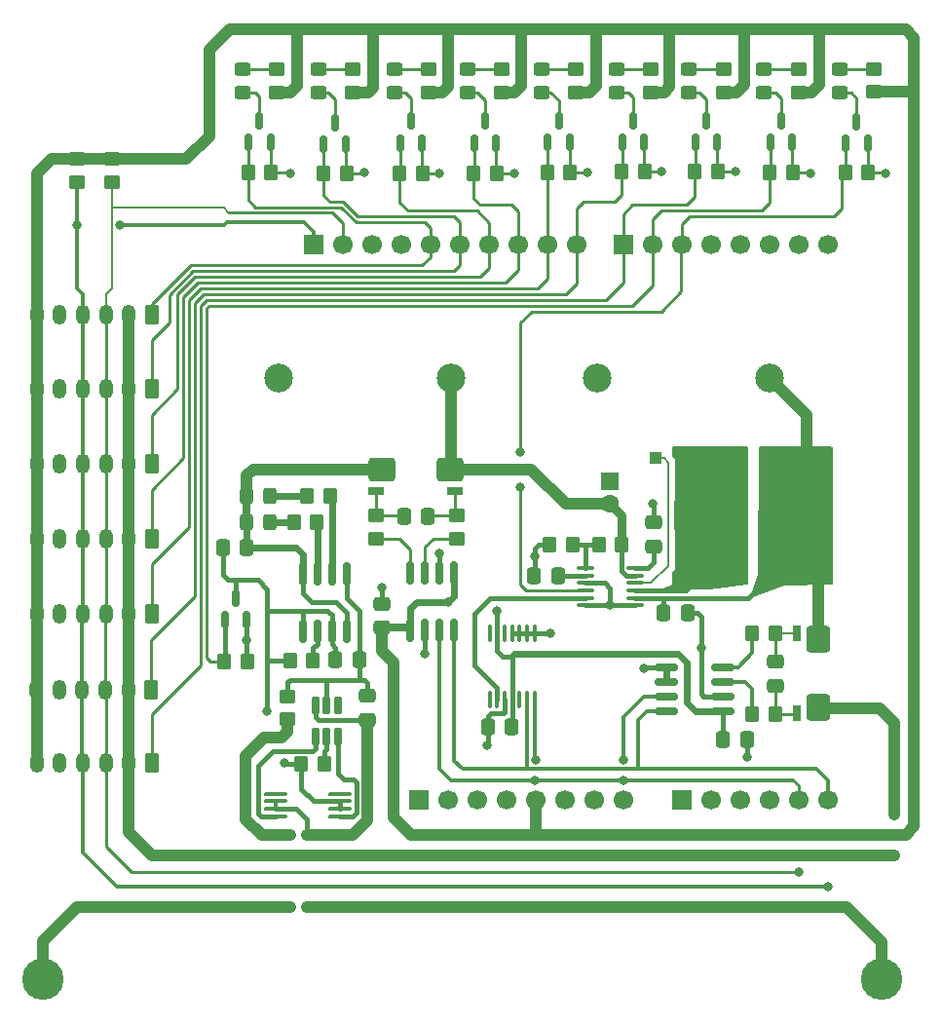
<source format=gbr>
%TF.GenerationSoftware,KiCad,Pcbnew,9.0.3*%
%TF.CreationDate,2025-08-05T14:59:21-07:00*%
%TF.ProjectId,Joule Chief,4a6f756c-6520-4436-9869-65662e6b6963,R1*%
%TF.SameCoordinates,Original*%
%TF.FileFunction,Copper,L1,Top*%
%TF.FilePolarity,Positive*%
%FSLAX46Y46*%
G04 Gerber Fmt 4.6, Leading zero omitted, Abs format (unit mm)*
G04 Created by KiCad (PCBNEW 9.0.3) date 2025-08-05 14:59:21*
%MOMM*%
%LPD*%
G01*
G04 APERTURE LIST*
G04 Aperture macros list*
%AMRoundRect*
0 Rectangle with rounded corners*
0 $1 Rounding radius*
0 $2 $3 $4 $5 $6 $7 $8 $9 X,Y pos of 4 corners*
0 Add a 4 corners polygon primitive as box body*
4,1,4,$2,$3,$4,$5,$6,$7,$8,$9,$2,$3,0*
0 Add four circle primitives for the rounded corners*
1,1,$1+$1,$2,$3*
1,1,$1+$1,$4,$5*
1,1,$1+$1,$6,$7*
1,1,$1+$1,$8,$9*
0 Add four rect primitives between the rounded corners*
20,1,$1+$1,$2,$3,$4,$5,0*
20,1,$1+$1,$4,$5,$6,$7,0*
20,1,$1+$1,$6,$7,$8,$9,0*
20,1,$1+$1,$8,$9,$2,$3,0*%
G04 Aperture macros list end*
%TA.AperFunction,ComponentPad*%
%ADD10R,1.700000X1.700000*%
%TD*%
%TA.AperFunction,ComponentPad*%
%ADD11C,1.700000*%
%TD*%
%TA.AperFunction,SMDPad,CuDef*%
%ADD12RoundRect,0.250000X-0.450000X0.350000X-0.450000X-0.350000X0.450000X-0.350000X0.450000X0.350000X0*%
%TD*%
%TA.AperFunction,ComponentPad*%
%ADD13C,2.500000*%
%TD*%
%TA.AperFunction,SMDPad,CuDef*%
%ADD14RoundRect,0.100000X-0.900000X-0.100000X0.900000X-0.100000X0.900000X0.100000X-0.900000X0.100000X0*%
%TD*%
%TA.AperFunction,SMDPad,CuDef*%
%ADD15RoundRect,0.250000X0.350000X0.450000X-0.350000X0.450000X-0.350000X-0.450000X0.350000X-0.450000X0*%
%TD*%
%TA.AperFunction,SMDPad,CuDef*%
%ADD16RoundRect,0.150000X0.150000X-0.587500X0.150000X0.587500X-0.150000X0.587500X-0.150000X-0.587500X0*%
%TD*%
%TA.AperFunction,SMDPad,CuDef*%
%ADD17RoundRect,0.162500X0.162500X-0.617500X0.162500X0.617500X-0.162500X0.617500X-0.162500X-0.617500X0*%
%TD*%
%TA.AperFunction,SMDPad,CuDef*%
%ADD18RoundRect,0.250000X0.475000X-0.337500X0.475000X0.337500X-0.475000X0.337500X-0.475000X-0.337500X0*%
%TD*%
%TA.AperFunction,ComponentPad*%
%ADD19RoundRect,0.250000X0.350000X0.625000X-0.350000X0.625000X-0.350000X-0.625000X0.350000X-0.625000X0*%
%TD*%
%TA.AperFunction,ComponentPad*%
%ADD20O,1.200000X1.750000*%
%TD*%
%TA.AperFunction,SMDPad,CuDef*%
%ADD21RoundRect,0.150000X0.150000X-0.825000X0.150000X0.825000X-0.150000X0.825000X-0.150000X-0.825000X0*%
%TD*%
%TA.AperFunction,SMDPad,CuDef*%
%ADD22RoundRect,0.150000X-0.825000X-0.150000X0.825000X-0.150000X0.825000X0.150000X-0.825000X0.150000X0*%
%TD*%
%TA.AperFunction,SMDPad,CuDef*%
%ADD23RoundRect,0.250000X-0.350000X-0.450000X0.350000X-0.450000X0.350000X0.450000X-0.350000X0.450000X0*%
%TD*%
%TA.AperFunction,ComponentPad*%
%ADD24C,3.600000*%
%TD*%
%TA.AperFunction,SMDPad,CuDef*%
%ADD25RoundRect,0.250000X0.450000X-0.325000X0.450000X0.325000X-0.450000X0.325000X-0.450000X-0.325000X0*%
%TD*%
%TA.AperFunction,SMDPad,CuDef*%
%ADD26RoundRect,0.250000X0.325000X0.450000X-0.325000X0.450000X-0.325000X-0.450000X0.325000X-0.450000X0*%
%TD*%
%TA.AperFunction,SMDPad,CuDef*%
%ADD27RoundRect,0.250000X-0.337500X-0.475000X0.337500X-0.475000X0.337500X0.475000X-0.337500X0.475000X0*%
%TD*%
%TA.AperFunction,SMDPad,CuDef*%
%ADD28RoundRect,0.250000X0.450000X-0.350000X0.450000X0.350000X-0.450000X0.350000X-0.450000X-0.350000X0*%
%TD*%
%TA.AperFunction,SMDPad,CuDef*%
%ADD29RoundRect,0.100000X0.100000X-0.637500X0.100000X0.637500X-0.100000X0.637500X-0.100000X-0.637500X0*%
%TD*%
%TA.AperFunction,ComponentPad*%
%ADD30RoundRect,0.250000X-0.550000X0.550000X-0.550000X-0.550000X0.550000X-0.550000X0.550000X0.550000X0*%
%TD*%
%TA.AperFunction,ComponentPad*%
%ADD31C,1.600000*%
%TD*%
%TA.AperFunction,SMDPad,CuDef*%
%ADD32RoundRect,0.100000X-0.625000X-0.100000X0.625000X-0.100000X0.625000X0.100000X-0.625000X0.100000X0*%
%TD*%
%TA.AperFunction,SMDPad,CuDef*%
%ADD33RoundRect,0.250000X-0.475000X0.337500X-0.475000X-0.337500X0.475000X-0.337500X0.475000X0.337500X0*%
%TD*%
%TA.AperFunction,SMDPad,CuDef*%
%ADD34RoundRect,0.525000X-1.475000X1.225000X-1.475000X-1.225000X1.475000X-1.225000X1.475000X1.225000X0*%
%TD*%
%TA.AperFunction,SMDPad,CuDef*%
%ADD35RoundRect,0.243600X-0.901400X-0.771400X0.901400X-0.771400X0.901400X0.771400X-0.901400X0.771400X0*%
%TD*%
%TA.AperFunction,SMDPad,CuDef*%
%ADD36RoundRect,0.091200X-0.608800X-0.288800X0.608800X-0.288800X0.608800X0.288800X-0.608800X0.288800X0*%
%TD*%
%TA.AperFunction,SMDPad,CuDef*%
%ADD37RoundRect,0.190000X-0.510000X-0.190000X0.510000X-0.190000X0.510000X0.190000X-0.510000X0.190000X0*%
%TD*%
%TA.AperFunction,SMDPad,CuDef*%
%ADD38RoundRect,0.243600X-0.771400X0.901400X-0.771400X-0.901400X0.771400X-0.901400X0.771400X0.901400X0*%
%TD*%
%TA.AperFunction,SMDPad,CuDef*%
%ADD39RoundRect,0.091200X-0.288800X0.608800X-0.288800X-0.608800X0.288800X-0.608800X0.288800X0.608800X0*%
%TD*%
%TA.AperFunction,SMDPad,CuDef*%
%ADD40RoundRect,0.190000X-0.190000X0.510000X-0.190000X-0.510000X0.190000X-0.510000X0.190000X0.510000X0*%
%TD*%
%TA.AperFunction,ComponentPad*%
%ADD41R,1.000000X1.000000*%
%TD*%
%TA.AperFunction,SMDPad,CuDef*%
%ADD42RoundRect,0.250000X0.337500X0.475000X-0.337500X0.475000X-0.337500X-0.475000X0.337500X-0.475000X0*%
%TD*%
%TA.AperFunction,ViaPad*%
%ADD43C,0.800000*%
%TD*%
%TA.AperFunction,Conductor*%
%ADD44C,0.250000*%
%TD*%
%TA.AperFunction,Conductor*%
%ADD45C,0.400000*%
%TD*%
%TA.AperFunction,Conductor*%
%ADD46C,0.600000*%
%TD*%
%TA.AperFunction,Conductor*%
%ADD47C,0.200000*%
%TD*%
%TA.AperFunction,Conductor*%
%ADD48C,1.000000*%
%TD*%
%TA.AperFunction,Conductor*%
%ADD49C,0.700000*%
%TD*%
%TA.AperFunction,Conductor*%
%ADD50C,0.300000*%
%TD*%
%TA.AperFunction,Conductor*%
%ADD51C,0.800000*%
%TD*%
G04 APERTURE END LIST*
D10*
%TO.P,J9,1,Pin_1*%
%TO.N,unconnected-(J9-Pin_1-Pad1)*%
X127940000Y-97460000D03*
D11*
%TO.P,J9,2,Pin_2*%
%TO.N,/IOREF*%
X130480000Y-97460000D03*
%TO.P,J9,3,Pin_3*%
%TO.N,/~{RESET}*%
X133020000Y-97460000D03*
%TO.P,J9,4,Pin_4*%
%TO.N,+3V3*%
X135560000Y-97460000D03*
%TO.P,J9,5,Pin_5*%
%TO.N,VBUS*%
X138100000Y-97460000D03*
%TO.P,J9,6,Pin_6*%
%TO.N,GND*%
X140640000Y-97460000D03*
%TO.P,J9,7,Pin_7*%
X143180000Y-97460000D03*
%TO.P,J9,8,Pin_8*%
%TO.N,VIN*%
X145720000Y-97460000D03*
%TD*%
D10*
%TO.P,J10,1,Pin_1*%
%TO.N,/A0*%
X150800000Y-97460000D03*
D11*
%TO.P,J10,2,Pin_2*%
%TO.N,/A1*%
X153340000Y-97460000D03*
%TO.P,J10,3,Pin_3*%
%TO.N,/A2*%
X155880000Y-97460000D03*
%TO.P,J10,4,Pin_4*%
%TO.N,/A3*%
X158420000Y-97460000D03*
%TO.P,J10,5,Pin_5*%
%TO.N,SDA*%
X160960000Y-97460000D03*
%TO.P,J10,6,Pin_6*%
%TO.N,SCL*%
X163500000Y-97460000D03*
%TD*%
D10*
%TO.P,J8,1,Pin_1*%
%TO.N,SCL*%
X118796000Y-49200000D03*
D11*
%TO.P,J8,2,Pin_2*%
%TO.N,SDA*%
X121336000Y-49200000D03*
%TO.P,J8,3,Pin_3*%
%TO.N,/AREF*%
X123876000Y-49200000D03*
%TO.P,J8,4,Pin_4*%
%TO.N,GND*%
X126416000Y-49200000D03*
%TO.P,J8,5,Pin_5*%
%TO.N,SHDN_1*%
X128956000Y-49200000D03*
%TO.P,J8,6,Pin_6*%
%TO.N,SHDN_2*%
X131496000Y-49200000D03*
%TO.P,J8,7,Pin_7*%
%TO.N,SHDN_3*%
X134036000Y-49200000D03*
%TO.P,J8,8,Pin_8*%
%TO.N,SHDN_4*%
X136576000Y-49200000D03*
%TO.P,J8,9,Pin_9*%
%TO.N,SHDN_5*%
X139116000Y-49200000D03*
%TO.P,J8,10,Pin_10*%
%TO.N,SHDN_6*%
X141656000Y-49200000D03*
%TD*%
D10*
%TO.P,J11,1,Pin_1*%
%TO.N,SHDN_7*%
X145720000Y-49200000D03*
D11*
%TO.P,J11,2,Pin_2*%
%TO.N,CHARGER*%
X148260000Y-49200000D03*
%TO.P,J11,3,Pin_3*%
%TO.N,!BOOST*%
X150800000Y-49200000D03*
%TO.P,J11,4,Pin_4*%
%TO.N,/4*%
X153340000Y-49200000D03*
%TO.P,J11,5,Pin_5*%
%TO.N,/\u002A3*%
X155880000Y-49200000D03*
%TO.P,J11,6,Pin_6*%
%TO.N,/2*%
X158420000Y-49200000D03*
%TO.P,J11,7,Pin_7*%
%TO.N,/TX{slash}1*%
X160960000Y-49200000D03*
%TO.P,J11,8,Pin_8*%
%TO.N,/RX{slash}0*%
X163500000Y-49200000D03*
%TD*%
D12*
%TO.P,R24,1*%
%TO.N,Net-(D10-A)*%
X167500000Y-33928641D03*
%TO.P,R24,2*%
%TO.N,VBUS*%
X167500000Y-35928641D03*
%TD*%
D13*
%TO.P,C5,1*%
%TO.N,Net-(U2-VOUT)*%
X130750000Y-60750000D03*
%TO.P,C5,2*%
%TO.N,GND*%
X115750000Y-60750000D03*
%TD*%
D14*
%TO.P,U7,1,D12*%
%TO.N,unconnected-(U7-D12-Pad1)*%
X115500000Y-96930000D03*
%TO.P,U7,2,S1*%
%TO.N,BAT-*%
X115500000Y-97570000D03*
%TO.P,U7,3,S1*%
X115500000Y-98230000D03*
%TO.P,U7,4,G1*%
%TO.N,Net-(U5-OD)*%
X115500000Y-98870000D03*
%TO.P,U7,5,G2*%
%TO.N,Net-(U5-OC)*%
X121100000Y-98870000D03*
%TO.P,U7,6,S2*%
%TO.N,Net-(Q1-D)*%
X121100000Y-98230000D03*
%TO.P,U7,7,S2*%
X121100000Y-97570000D03*
%TO.P,U7,8,D12*%
%TO.N,unconnected-(U7-D12-Pad8)*%
X121100000Y-96930000D03*
%TD*%
D15*
%TO.P,R31,1*%
%TO.N,GND*%
X147602772Y-42824386D03*
%TO.P,R31,2*%
%TO.N,SHDN_6*%
X145602772Y-42824386D03*
%TD*%
D16*
%TO.P,Q7,1,G*%
%TO.N,SHDN_6*%
X145652772Y-40324386D03*
%TO.P,Q7,2,S*%
%TO.N,GND*%
X147552772Y-40324386D03*
%TO.P,Q7,3,D*%
%TO.N,Net-(D8-K)*%
X146602772Y-38449386D03*
%TD*%
D17*
%TO.P,U5,1,OD*%
%TO.N,Net-(U5-OD)*%
X119000000Y-91950000D03*
%TO.P,U5,2,CS*%
%TO.N,Net-(U5-CS)*%
X119950000Y-91950000D03*
%TO.P,U5,3,OC*%
%TO.N,Net-(U5-OC)*%
X120900000Y-91950000D03*
%TO.P,U5,4,TD*%
%TO.N,unconnected-(U5-TD-Pad4)*%
X120900000Y-89250000D03*
%TO.P,U5,5,VCC*%
%TO.N,Net-(U5-VCC)*%
X119950000Y-89250000D03*
%TO.P,U5,6,GND*%
%TO.N,BAT-*%
X119000000Y-89250000D03*
%TD*%
D18*
%TO.P,C12,1*%
%TO.N,BAT-*%
X123500000Y-90500000D03*
%TO.P,C12,2*%
%TO.N,Net-(U5-VCC)*%
X123500000Y-88425000D03*
%TD*%
D15*
%TO.P,R34,1*%
%TO.N,GND*%
X160450000Y-42954112D03*
%TO.P,R34,2*%
%TO.N,CHARGER*%
X158450000Y-42954112D03*
%TD*%
D19*
%TO.P,J6,1,Pin_1*%
%TO.N,SHDN_6*%
X104700000Y-87850000D03*
D20*
%TO.P,J6,2,Pin_2*%
%TO.N,VOUT_1*%
X102700000Y-87850000D03*
%TO.P,J6,3,Pin_3*%
%TO.N,SDA*%
X100700000Y-87850000D03*
%TO.P,J6,4,Pin_4*%
%TO.N,SCL*%
X98700000Y-87850000D03*
%TO.P,J6,5,Pin_5*%
%TO.N,GND*%
X96700000Y-87850000D03*
%TO.P,J6,6,Pin_6*%
%TO.N,VBUS*%
X94700000Y-87850000D03*
%TD*%
D21*
%TO.P,U4,1,A1*%
%TO.N,VBUS*%
X127230000Y-82680000D03*
%TO.P,U4,2,A0*%
%TO.N,GND*%
X128500000Y-82680000D03*
%TO.P,U4,3,SDA*%
%TO.N,SDA*%
X129770000Y-82680000D03*
%TO.P,U4,4,SCL*%
%TO.N,SCL*%
X131040000Y-82680000D03*
%TO.P,U4,5,VS*%
%TO.N,VBUS*%
X131040000Y-77730000D03*
%TO.P,U4,6,GND*%
%TO.N,GND*%
X129770000Y-77730000D03*
%TO.P,U4,7,IN-*%
%TO.N,Net-(U4-IN-)*%
X128500000Y-77730000D03*
%TO.P,U4,8,IN+*%
%TO.N,Net-(U4-IN+)*%
X127230000Y-77730000D03*
%TD*%
D22*
%TO.P,U1,1,A1*%
%TO.N,GND*%
X149455000Y-85907724D03*
%TO.P,U1,2,A0*%
X149455000Y-87177724D03*
%TO.P,U1,3,SDA*%
%TO.N,SDA*%
X149455000Y-88447724D03*
%TO.P,U1,4,SCL*%
%TO.N,SCL*%
X149455000Y-89717724D03*
%TO.P,U1,5,VS*%
%TO.N,VBUS*%
X154405000Y-89717724D03*
%TO.P,U1,6,GND*%
%TO.N,GND*%
X154405000Y-88447724D03*
%TO.P,U1,7,IN-*%
%TO.N,Net-(U1-IN-)*%
X154405000Y-87177724D03*
%TO.P,U1,8,IN+*%
%TO.N,Net-(U1-IN+)*%
X154405000Y-85907724D03*
%TD*%
D12*
%TO.P,R22,1*%
%TO.N,Net-(D8-A)*%
X148102772Y-33949386D03*
%TO.P,R22,2*%
%TO.N,VBUS*%
X148102772Y-35949386D03*
%TD*%
D23*
%TO.P,R10,1*%
%TO.N,Net-(D1-K)*%
X117100000Y-73300000D03*
%TO.P,R10,2*%
%TO.N,Net-(U6-~{CHRG})*%
X119100000Y-73300000D03*
%TD*%
D16*
%TO.P,Q5,1,G*%
%TO.N,SHDN_4*%
X132744511Y-40348726D03*
%TO.P,Q5,2,S*%
%TO.N,GND*%
X134644511Y-40348726D03*
%TO.P,Q5,3,D*%
%TO.N,Net-(D6-K)*%
X133694511Y-38473726D03*
%TD*%
%TO.P,Q2,1,G*%
%TO.N,SHDN_1*%
X113150000Y-40325000D03*
%TO.P,Q2,2,S*%
%TO.N,GND*%
X115050000Y-40325000D03*
%TO.P,Q2,3,D*%
%TO.N,Net-(D3-K)*%
X114100000Y-38450000D03*
%TD*%
D23*
%TO.P,R2,1*%
%TO.N,Net-(U1-IN-)*%
X156930000Y-89955000D03*
%TO.P,R2,2*%
%TO.N,Net-(C1-Pad2)*%
X158930000Y-89955000D03*
%TD*%
D24*
%TO.P,LITH1,1,+*%
%TO.N,BAT+*%
X95300000Y-113000000D03*
%TO.P,LITH1,2,-*%
%TO.N,BAT-*%
X168200000Y-113000000D03*
%TD*%
D23*
%TO.P,R11,1*%
%TO.N,Net-(D2-K)*%
X118250000Y-71000000D03*
%TO.P,R11,2*%
%TO.N,Net-(U6-~{STDBY})*%
X120250000Y-71000000D03*
%TD*%
D25*
%TO.P,D11,1,K*%
%TO.N,Net-(D11-K)*%
X157950000Y-35979112D03*
%TO.P,D11,2,A*%
%TO.N,Net-(D11-A)*%
X157950000Y-33929112D03*
%TD*%
D12*
%TO.P,R23,1*%
%TO.N,Net-(D9-A)*%
X154450000Y-33951749D03*
%TO.P,R23,2*%
%TO.N,VBUS*%
X154450000Y-35951749D03*
%TD*%
D16*
%TO.P,Q8,1,G*%
%TO.N,SHDN_7*%
X152000000Y-40326749D03*
%TO.P,Q8,2,S*%
%TO.N,GND*%
X153900000Y-40326749D03*
%TO.P,Q8,3,D*%
%TO.N,Net-(D9-K)*%
X152950000Y-38451749D03*
%TD*%
D26*
%TO.P,D1,1,K*%
%TO.N,Net-(D1-K)*%
X115000000Y-73300000D03*
%TO.P,D1,2,A*%
%TO.N,Net-(D1-A)*%
X112950000Y-73300000D03*
%TD*%
D23*
%TO.P,R12,1*%
%TO.N,Net-(Q1-D)*%
X117750000Y-94356475D03*
%TO.P,R12,2*%
%TO.N,Net-(U5-CS)*%
X119750000Y-94356475D03*
%TD*%
D27*
%TO.P,C10,1*%
%TO.N,Net-(C10-Pad1)*%
X126675000Y-72839999D03*
%TO.P,C10,2*%
%TO.N,Net-(C10-Pad2)*%
X128750000Y-72839999D03*
%TD*%
D12*
%TO.P,R17,1*%
%TO.N,Net-(D3-A)*%
X115600000Y-33950000D03*
%TO.P,R17,2*%
%TO.N,VBUS*%
X115600000Y-35950000D03*
%TD*%
D16*
%TO.P,Q4,1,G*%
%TO.N,SHDN_3*%
X126350000Y-40347545D03*
%TO.P,Q4,2,S*%
%TO.N,GND*%
X128250000Y-40347545D03*
%TO.P,Q4,3,D*%
%TO.N,Net-(D5-K)*%
X127300000Y-38472545D03*
%TD*%
D26*
%TO.P,D2,1,K*%
%TO.N,Net-(D2-K)*%
X115025000Y-71000000D03*
%TO.P,D2,2,A*%
%TO.N,Net-(D1-A)*%
X112975000Y-71000000D03*
%TD*%
D12*
%TO.P,R18,1*%
%TO.N,Net-(D4-A)*%
X122200000Y-33973915D03*
%TO.P,R18,2*%
%TO.N,VBUS*%
X122200000Y-35973915D03*
%TD*%
D16*
%TO.P,Q9,1,G*%
%TO.N,!BOOST*%
X165050000Y-40366141D03*
%TO.P,Q9,2,S*%
%TO.N,GND*%
X166950000Y-40366141D03*
%TO.P,Q9,3,D*%
%TO.N,Net-(D10-K)*%
X166000000Y-38491141D03*
%TD*%
D15*
%TO.P,R5,1*%
%TO.N,Net-(U2-FB)*%
X141295001Y-75250000D03*
%TO.P,R5,2*%
%TO.N,GND*%
X139295001Y-75250000D03*
%TD*%
D28*
%TO.P,R16,1*%
%TO.N,SCL*%
X98250000Y-43750000D03*
%TO.P,R16,2*%
%TO.N,VBUS*%
X98250000Y-41750000D03*
%TD*%
%TO.P,R8,1*%
%TO.N,Net-(U4-IN+)*%
X124250000Y-74724999D03*
%TO.P,R8,2*%
%TO.N,Net-(C10-Pad1)*%
X124250000Y-72724999D03*
%TD*%
D12*
%TO.P,R19,1*%
%TO.N,Net-(D5-A)*%
X128800000Y-33972545D03*
%TO.P,R19,2*%
%TO.N,VBUS*%
X128800000Y-35972545D03*
%TD*%
D28*
%TO.P,R7,1*%
%TO.N,Net-(U4-IN-)*%
X131250000Y-74724999D03*
%TO.P,R7,2*%
%TO.N,Net-(C10-Pad2)*%
X131250000Y-72724999D03*
%TD*%
D18*
%TO.P,C11,1*%
%TO.N,VBUS*%
X124750000Y-82500000D03*
%TO.P,C11,2*%
%TO.N,GND*%
X124750000Y-80425000D03*
%TD*%
D29*
%TO.P,U3,1,A*%
%TO.N,unconnected-(U3-A-Pad1)*%
X134100000Y-88725000D03*
%TO.P,U3,2,W*%
%TO.N,Net-(U2-MPPC)*%
X134750000Y-88725000D03*
%TO.P,U3,3,B*%
%TO.N,GND*%
X135400000Y-88725000D03*
%TO.P,U3,4,VDD*%
%TO.N,VBUS*%
X136050000Y-88725000D03*
%TO.P,U3,5,~{SHDN}*%
%TO.N,unconnected-(U3-~{SHDN}-Pad5)*%
X136700000Y-88725000D03*
%TO.P,U3,6,SCL*%
%TO.N,SCL*%
X137350000Y-88725000D03*
%TO.P,U3,7,SDA*%
%TO.N,SDA*%
X138000000Y-88725000D03*
%TO.P,U3,8,AD0*%
%TO.N,GND*%
X138000000Y-83000000D03*
%TO.P,U3,9,AD1*%
X137350000Y-83000000D03*
%TO.P,U3,10,GND*%
X136700000Y-83000000D03*
%TO.P,U3,11,VSS*%
X136050000Y-83000000D03*
%TO.P,U3,12,O2*%
%TO.N,unconnected-(U3-O2-Pad12)*%
X135400000Y-83000000D03*
%TO.P,U3,13,VLOG*%
%TO.N,VBUS*%
X134750000Y-83000000D03*
%TO.P,U3,14,O1*%
%TO.N,unconnected-(U3-O1-Pad14)*%
X134100000Y-83000000D03*
%TD*%
D25*
%TO.P,D8,1,K*%
%TO.N,Net-(D8-K)*%
X145102772Y-35974386D03*
%TO.P,D8,2,A*%
%TO.N,Net-(D8-A)*%
X145102772Y-33924386D03*
%TD*%
D19*
%TO.P,J4,1,Pin_1*%
%TO.N,SHDN_4*%
X104750000Y-74750000D03*
D20*
%TO.P,J4,2,Pin_2*%
%TO.N,VOUT_1*%
X102750000Y-74750000D03*
%TO.P,J4,3,Pin_3*%
%TO.N,SDA*%
X100750000Y-74750000D03*
%TO.P,J4,4,Pin_4*%
%TO.N,SCL*%
X98750000Y-74750000D03*
%TO.P,J4,5,Pin_5*%
%TO.N,GND*%
X96750000Y-74750000D03*
%TO.P,J4,6,Pin_6*%
%TO.N,VBUS*%
X94750000Y-74750000D03*
%TD*%
D12*
%TO.P,R25,1*%
%TO.N,Net-(D11-A)*%
X160950000Y-33954112D03*
%TO.P,R25,2*%
%TO.N,VBUS*%
X160950000Y-35954112D03*
%TD*%
D23*
%TO.P,R3,1*%
%TO.N,Net-(U1-IN+)*%
X156930000Y-82955000D03*
%TO.P,R3,2*%
%TO.N,Net-(C1-Pad1)*%
X158930000Y-82955000D03*
%TD*%
D19*
%TO.P,J2,1,Pin_1*%
%TO.N,SHDN_2*%
X104750000Y-61750000D03*
D20*
%TO.P,J2,2,Pin_2*%
%TO.N,VOUT_1*%
X102750000Y-61750000D03*
%TO.P,J2,3,Pin_3*%
%TO.N,SDA*%
X100750000Y-61750000D03*
%TO.P,J2,4,Pin_4*%
%TO.N,SCL*%
X98750000Y-61750000D03*
%TO.P,J2,5,Pin_5*%
%TO.N,GND*%
X96750000Y-61750000D03*
%TO.P,J2,6,Pin_6*%
%TO.N,VBUS*%
X94750000Y-61750000D03*
%TD*%
D15*
%TO.P,R26,1*%
%TO.N,GND*%
X115100000Y-42950000D03*
%TO.P,R26,2*%
%TO.N,SHDN_1*%
X113100000Y-42950000D03*
%TD*%
%TO.P,R28,1*%
%TO.N,GND*%
X128300000Y-42972545D03*
%TO.P,R28,2*%
%TO.N,SHDN_3*%
X126300000Y-42972545D03*
%TD*%
D25*
%TO.P,D7,1,K*%
%TO.N,Net-(D7-K)*%
X138619721Y-35998650D03*
%TO.P,D7,2,A*%
%TO.N,Net-(D7-A)*%
X138619721Y-33948650D03*
%TD*%
D30*
%TO.P,C4,1*%
%TO.N,GND*%
X144545001Y-69750000D03*
D31*
%TO.P,C4,2*%
%TO.N,Net-(U2-VOUT)*%
X144545001Y-71750000D03*
%TD*%
D28*
%TO.P,R15,1*%
%TO.N,SDA*%
X101250000Y-43750000D03*
%TO.P,R15,2*%
%TO.N,VBUS*%
X101250000Y-41750000D03*
%TD*%
D19*
%TO.P,J3,1,Pin_1*%
%TO.N,SHDN_3*%
X104750000Y-68250000D03*
D20*
%TO.P,J3,2,Pin_2*%
%TO.N,VOUT_1*%
X102750000Y-68250000D03*
%TO.P,J3,3,Pin_3*%
%TO.N,SDA*%
X100750000Y-68250000D03*
%TO.P,J3,4,Pin_4*%
%TO.N,SCL*%
X98750000Y-68250000D03*
%TO.P,J3,5,Pin_5*%
%TO.N,GND*%
X96750000Y-68250000D03*
%TO.P,J3,6,Pin_6*%
%TO.N,VBUS*%
X94750000Y-68250000D03*
%TD*%
D19*
%TO.P,J1,1,Pin_1*%
%TO.N,SHDN_1*%
X104750000Y-55250000D03*
D20*
%TO.P,J1,2,Pin_2*%
%TO.N,VOUT_1*%
X102750000Y-55250000D03*
%TO.P,J1,3,Pin_3*%
%TO.N,SDA*%
X100750000Y-55250000D03*
%TO.P,J1,4,Pin_4*%
%TO.N,SCL*%
X98750000Y-55250000D03*
%TO.P,J1,5,Pin_5*%
%TO.N,GND*%
X96750000Y-55250000D03*
%TO.P,J1,6,Pin_6*%
%TO.N,VBUS*%
X94750000Y-55250000D03*
%TD*%
D32*
%TO.P,U2,1,FB*%
%TO.N,Net-(U2-FB)*%
X142457501Y-77300000D03*
%TO.P,U2,2,LDO*%
%TO.N,Net-(U2-LDO)*%
X142457501Y-77950000D03*
%TO.P,U2,3,FBLDO*%
%TO.N,GND*%
X142457501Y-78600000D03*
%TO.P,U2,4,~{SHDN}*%
%TO.N,!BOOST*%
X142457501Y-79250000D03*
%TO.P,U2,5,MPPC*%
%TO.N,Net-(U2-MPPC)*%
X142457501Y-79900000D03*
%TO.P,U2,6,GND*%
%TO.N,GND*%
X142457501Y-80550000D03*
%TO.P,U2,7,GND*%
X146757501Y-80550000D03*
%TO.P,U2,8,VIN*%
%TO.N,L_VIN*%
X146757501Y-79900000D03*
%TO.P,U2,9,SWITCH*%
%TO.N,L_SWITCH*%
X146757501Y-79250000D03*
%TO.P,U2,10,~{PGOOD}*%
%TO.N,Net-(U2-~{PGOOD})*%
X146757501Y-78600000D03*
%TO.P,U2,11,VOUT*%
%TO.N,Net-(U2-VOUT)*%
X146757501Y-77950000D03*
%TO.P,U2,12,AUX*%
%TO.N,Net-(U2-AUX)*%
X146757501Y-77300000D03*
%TD*%
D15*
%TO.P,R32,1*%
%TO.N,GND*%
X153950000Y-42826749D03*
%TO.P,R32,2*%
%TO.N,SHDN_7*%
X151950000Y-42826749D03*
%TD*%
D16*
%TO.P,Q6,1,G*%
%TO.N,SHDN_5*%
X139169721Y-40323650D03*
%TO.P,Q6,2,S*%
%TO.N,GND*%
X141069721Y-40323650D03*
%TO.P,Q6,3,D*%
%TO.N,Net-(D7-K)*%
X140119721Y-38448650D03*
%TD*%
D25*
%TO.P,D3,1,K*%
%TO.N,Net-(D3-K)*%
X112600000Y-35975000D03*
%TO.P,D3,2,A*%
%TO.N,Net-(D3-A)*%
X112600000Y-33925000D03*
%TD*%
D15*
%TO.P,R4,1*%
%TO.N,Net-(U2-VOUT)*%
X145600000Y-75250000D03*
%TO.P,R4,2*%
%TO.N,Net-(U2-FB)*%
X143600000Y-75250000D03*
%TD*%
D33*
%TO.P,C1,1*%
%TO.N,Net-(C1-Pad1)*%
X158930000Y-85425000D03*
%TO.P,C1,2*%
%TO.N,Net-(C1-Pad2)*%
X158930000Y-87500000D03*
%TD*%
D25*
%TO.P,D10,1,K*%
%TO.N,Net-(D10-K)*%
X164500000Y-35978641D03*
%TO.P,D10,2,A*%
%TO.N,Net-(D10-A)*%
X164500000Y-33928641D03*
%TD*%
D34*
%TO.P,L1,1,1*%
%TO.N,L_VIN*%
X161680000Y-72750000D03*
%TO.P,L1,2,2*%
%TO.N,L_SWITCH*%
X152180000Y-72750000D03*
%TD*%
D15*
%TO.P,R29,1*%
%TO.N,GND*%
X134694511Y-42973726D03*
%TO.P,R29,2*%
%TO.N,SHDN_4*%
X132694511Y-42973726D03*
%TD*%
D25*
%TO.P,D6,1,K*%
%TO.N,Net-(D6-K)*%
X132194511Y-35998726D03*
%TO.P,D6,2,A*%
%TO.N,Net-(D6-A)*%
X132194511Y-33948726D03*
%TD*%
D35*
%TO.P,R6,1,1*%
%TO.N,Net-(D1-A)*%
X124700000Y-68704999D03*
D36*
%TO.P,R6,2,2*%
%TO.N,Net-(C10-Pad1)*%
X124255000Y-70609999D03*
D37*
%TO.P,R6,3,3*%
%TO.N,Net-(C10-Pad2)*%
X131115000Y-70609999D03*
D35*
%TO.P,R6,4,4*%
%TO.N,Net-(U2-VOUT)*%
X130670000Y-68704999D03*
%TD*%
D38*
%TO.P,R1,1,1*%
%TO.N,L_VIN*%
X162680000Y-83455000D03*
D39*
%TO.P,R1,2,2*%
%TO.N,Net-(C1-Pad1)*%
X160775000Y-83010000D03*
D40*
%TO.P,R1,3,3*%
%TO.N,Net-(C1-Pad2)*%
X160775000Y-89870000D03*
D38*
%TO.P,R1,4,4*%
%TO.N,VOUT_1*%
X162680000Y-89425000D03*
%TD*%
D23*
%TO.P,R13,1*%
%TO.N,Net-(Q1-D)*%
X116750000Y-85320000D03*
%TO.P,R13,2*%
%TO.N,Net-(U6-PROG)*%
X118750000Y-85320000D03*
%TD*%
D18*
%TO.P,C7,1*%
%TO.N,Net-(U2-AUX)*%
X148345001Y-75400000D03*
%TO.P,C7,2*%
%TO.N,GND*%
X148345001Y-73325000D03*
%TD*%
D16*
%TO.P,Q1,1,G*%
%TO.N,CHARGER*%
X111100000Y-81800000D03*
%TO.P,Q1,2,S*%
%TO.N,GND*%
X113000000Y-81800000D03*
%TO.P,Q1,3,D*%
%TO.N,Net-(Q1-D)*%
X112050000Y-79925000D03*
%TD*%
%TO.P,Q3,1,G*%
%TO.N,SHDN_2*%
X119700000Y-40473915D03*
%TO.P,Q3,2,S*%
%TO.N,GND*%
X121600000Y-40473915D03*
%TO.P,Q3,3,D*%
%TO.N,Net-(D4-K)*%
X120650000Y-38598915D03*
%TD*%
D41*
%TO.P,TPx1,1,1*%
%TO.N,Net-(U2-~{PGOOD})*%
X148500000Y-67750000D03*
%TD*%
D12*
%TO.P,R21,1*%
%TO.N,Net-(D7-A)*%
X141619721Y-33948650D03*
%TO.P,R21,2*%
%TO.N,VBUS*%
X141619721Y-35948650D03*
%TD*%
D16*
%TO.P,Q10,1,G*%
%TO.N,CHARGER*%
X158500000Y-40329112D03*
%TO.P,Q10,2,S*%
%TO.N,GND*%
X160400000Y-40329112D03*
%TO.P,Q10,3,D*%
%TO.N,Net-(D11-K)*%
X159450000Y-38454112D03*
%TD*%
D13*
%TO.P,C2,1*%
%TO.N,L_VIN*%
X158430000Y-60750000D03*
%TO.P,C2,2*%
%TO.N,GND*%
X143430000Y-60750000D03*
%TD*%
D15*
%TO.P,R33,1*%
%TO.N,GND*%
X167000000Y-42928641D03*
%TO.P,R33,2*%
%TO.N,!BOOST*%
X165000000Y-42928641D03*
%TD*%
%TO.P,R27,1*%
%TO.N,GND*%
X121700000Y-42973915D03*
%TO.P,R27,2*%
%TO.N,SHDN_2*%
X119700000Y-42973915D03*
%TD*%
D25*
%TO.P,D9,1,K*%
%TO.N,Net-(D9-K)*%
X151450000Y-35976749D03*
%TO.P,D9,2,A*%
%TO.N,Net-(D9-A)*%
X151450000Y-33926749D03*
%TD*%
%TO.P,D4,1,K*%
%TO.N,Net-(D4-K)*%
X119200000Y-35973915D03*
%TO.P,D4,2,A*%
%TO.N,Net-(D4-A)*%
X119200000Y-33923915D03*
%TD*%
D19*
%TO.P,J5,1,Pin_1*%
%TO.N,SHDN_5*%
X104750000Y-81250000D03*
D20*
%TO.P,J5,2,Pin_2*%
%TO.N,VOUT_1*%
X102750000Y-81250000D03*
%TO.P,J5,3,Pin_3*%
%TO.N,SDA*%
X100750000Y-81250000D03*
%TO.P,J5,4,Pin_4*%
%TO.N,SCL*%
X98750000Y-81250000D03*
%TO.P,J5,5,Pin_5*%
%TO.N,GND*%
X96750000Y-81250000D03*
%TO.P,J5,6,Pin_6*%
%TO.N,VBUS*%
X94750000Y-81250000D03*
%TD*%
D12*
%TO.P,R9,1*%
%TO.N,Net-(U5-VCC)*%
X116506832Y-88432730D03*
%TO.P,R9,2*%
%TO.N,BAT+*%
X116506832Y-90432730D03*
%TD*%
%TO.P,R20,1*%
%TO.N,Net-(D6-A)*%
X135194511Y-33973726D03*
%TO.P,R20,2*%
%TO.N,VBUS*%
X135194511Y-35973726D03*
%TD*%
D27*
%TO.P,C3,1*%
%TO.N,VBUS*%
X154405023Y-92205000D03*
%TO.P,C3,2*%
%TO.N,GND*%
X156480023Y-92205000D03*
%TD*%
%TO.P,C14,1*%
%TO.N,Net-(Q1-D)*%
X120712500Y-85250000D03*
%TO.P,C14,2*%
%TO.N,Net-(U5-VCC)*%
X122787500Y-85250000D03*
%TD*%
D25*
%TO.P,D5,1,K*%
%TO.N,Net-(D5-K)*%
X125800000Y-35997545D03*
%TO.P,D5,2,A*%
%TO.N,Net-(D5-A)*%
X125800000Y-33947545D03*
%TD*%
D42*
%TO.P,C8,1*%
%TO.N,Net-(U2-LDO)*%
X140038192Y-77957645D03*
%TO.P,C8,2*%
%TO.N,GND*%
X137963192Y-77957645D03*
%TD*%
D21*
%TO.P,U6,1,TEMP*%
%TO.N,Net-(Q1-D)*%
X117845000Y-82795000D03*
%TO.P,U6,2,PROG*%
%TO.N,Net-(U6-PROG)*%
X119115000Y-82795000D03*
%TO.P,U6,3,GND*%
%TO.N,Net-(Q1-D)*%
X120385000Y-82795000D03*
%TO.P,U6,4,VCC*%
%TO.N,Net-(D1-A)*%
X121655000Y-82795000D03*
%TO.P,U6,5,BAT*%
%TO.N,Net-(U5-VCC)*%
X121655000Y-77845000D03*
%TO.P,U6,6,~{STDBY}*%
%TO.N,Net-(U6-~{STDBY})*%
X120385000Y-77845000D03*
%TO.P,U6,7,~{CHRG}*%
%TO.N,Net-(U6-~{CHRG})*%
X119115000Y-77845000D03*
%TO.P,U6,8,CE*%
%TO.N,Net-(D1-A)*%
X117845000Y-77845000D03*
%TD*%
D15*
%TO.P,R30,1*%
%TO.N,GND*%
X141119721Y-42948650D03*
%TO.P,R30,2*%
%TO.N,SHDN_5*%
X139119721Y-42948650D03*
%TD*%
D42*
%TO.P,C9,1*%
%TO.N,VBUS*%
X136037500Y-91100000D03*
%TO.P,C9,2*%
%TO.N,GND*%
X133962500Y-91100000D03*
%TD*%
D15*
%TO.P,R14,1*%
%TO.N,GND*%
X113050000Y-85425000D03*
%TO.P,R14,2*%
%TO.N,CHARGER*%
X111050000Y-85425000D03*
%TD*%
D27*
%TO.P,C13,1*%
%TO.N,Net-(Q1-D)*%
X110925000Y-75500000D03*
%TO.P,C13,2*%
%TO.N,Net-(D1-A)*%
X113000000Y-75500000D03*
%TD*%
%TO.P,C6,1*%
%TO.N,L_VIN*%
X149225000Y-81200000D03*
%TO.P,C6,2*%
%TO.N,GND*%
X151300000Y-81200000D03*
%TD*%
D19*
%TO.P,J7,1,Pin_1*%
%TO.N,SHDN_7*%
X104750000Y-94250000D03*
D20*
%TO.P,J7,2,Pin_2*%
%TO.N,VOUT_1*%
X102750000Y-94250000D03*
%TO.P,J7,3,Pin_3*%
%TO.N,SDA*%
X100750000Y-94250000D03*
%TO.P,J7,4,Pin_4*%
%TO.N,SCL*%
X98750000Y-94250000D03*
%TO.P,J7,5,Pin_5*%
%TO.N,GND*%
X96750000Y-94250000D03*
%TO.P,J7,6,Pin_6*%
%TO.N,VBUS*%
X94750000Y-94250000D03*
%TD*%
D43*
%TO.N,GND*%
X148295001Y-71750000D03*
X129750000Y-42972545D03*
X152500000Y-84200000D03*
X116750000Y-43000000D03*
X168525676Y-42984207D03*
X161975676Y-43009678D03*
X144545001Y-80550000D03*
X133900000Y-92700000D03*
X129750000Y-76000000D03*
X123250000Y-42923915D03*
X149002772Y-42824386D03*
X155450000Y-42826749D03*
X113000000Y-83550000D03*
X139400000Y-83000000D03*
X124770000Y-79007499D03*
X147500000Y-86000000D03*
X138007501Y-76300000D03*
X136294511Y-42973726D03*
X128500000Y-84750000D03*
X156500000Y-93750000D03*
X142619721Y-42948650D03*
%TO.N,VBUS*%
X134750000Y-81000000D03*
X130500000Y-80250000D03*
%TO.N,BAT-*%
X118250000Y-100500000D03*
X118250000Y-106750000D03*
%TO.N,Net-(Q1-D)*%
X116250000Y-94250000D03*
X114750000Y-89750000D03*
%TO.N,VOUT_1*%
X169250000Y-102250000D03*
X169250000Y-98750000D03*
%TO.N,SCL*%
X163500000Y-105000000D03*
X102000000Y-47500000D03*
X98250000Y-47500000D03*
%TO.N,SDA*%
X160960000Y-103750000D03*
X145750000Y-95750000D03*
X145750000Y-94000000D03*
X138000000Y-95750000D03*
X138100000Y-94000000D03*
%TO.N,!BOOST*%
X136750000Y-70250000D03*
X136750000Y-67250000D03*
%TO.N,BAT+*%
X116750000Y-100500000D03*
X116750000Y-106750000D03*
%TD*%
D44*
%TO.N,GND*%
X134644511Y-40348726D02*
X134644511Y-42923726D01*
D45*
X152500000Y-81500000D02*
X152200000Y-81200000D01*
D44*
X160400000Y-40329112D02*
X160400000Y-42904112D01*
D45*
X135300000Y-89900000D02*
X135400000Y-89800000D01*
X152697724Y-88447724D02*
X152500000Y-88250000D01*
X144545001Y-79045001D02*
X144100000Y-78600000D01*
D44*
X147552772Y-42774386D02*
X147602772Y-42824386D01*
D45*
X148345001Y-71800000D02*
X148295001Y-71750000D01*
D44*
X115100000Y-42950000D02*
X116700000Y-42950000D01*
D45*
X156480023Y-93730023D02*
X156500000Y-93750000D01*
D44*
X113000000Y-85375000D02*
X113050000Y-85425000D01*
D45*
X138000000Y-83000000D02*
X137350000Y-83000000D01*
X138007501Y-77750000D02*
X138007501Y-76300000D01*
X152500000Y-84200000D02*
X152500000Y-84400000D01*
D44*
X141069721Y-40323650D02*
X141069721Y-42898650D01*
D45*
X124750000Y-80425000D02*
X124750000Y-79027499D01*
X133962500Y-91100000D02*
X133962500Y-92637500D01*
D44*
X128300000Y-42972545D02*
X129750000Y-42972545D01*
D45*
X133962500Y-91100000D02*
X133962500Y-90137500D01*
D44*
X123200000Y-42973915D02*
X123250000Y-42923915D01*
X96750000Y-94250000D02*
X96750000Y-94000000D01*
D45*
X144545001Y-80550000D02*
X146757501Y-80550000D01*
X156480023Y-92205000D02*
X156480023Y-93730023D01*
X133962500Y-92637500D02*
X133900000Y-92700000D01*
D44*
X168470110Y-42928641D02*
X168525676Y-42984207D01*
D45*
X144545001Y-80550000D02*
X144545001Y-79045001D01*
D44*
X115050000Y-40325000D02*
X115050000Y-42900000D01*
D45*
X137350000Y-83000000D02*
X136700000Y-83000000D01*
X138007501Y-76300000D02*
X138007501Y-75607500D01*
D44*
X153900000Y-40326749D02*
X153900000Y-42776749D01*
X166950000Y-40366141D02*
X166950000Y-42878641D01*
X147602772Y-42824386D02*
X149002772Y-42824386D01*
D45*
X138000000Y-83000000D02*
X139400000Y-83000000D01*
D44*
X134694511Y-42973726D02*
X136294511Y-42973726D01*
X128250000Y-40347545D02*
X128250000Y-42922545D01*
X167000000Y-42928641D02*
X168470110Y-42928641D01*
X116700000Y-42950000D02*
X116750000Y-43000000D01*
D45*
X138007501Y-75607500D02*
X138365001Y-75250000D01*
D44*
X96700000Y-81300000D02*
X96750000Y-81250000D01*
D45*
X135400000Y-89800000D02*
X135400000Y-88725000D01*
D44*
X166950000Y-42878641D02*
X167000000Y-42928641D01*
X128250000Y-42922545D02*
X128300000Y-42972545D01*
D45*
X142457501Y-80550000D02*
X144545001Y-80550000D01*
X154405000Y-88447724D02*
X152697724Y-88447724D01*
X134200000Y-89900000D02*
X135300000Y-89900000D01*
X152500000Y-88250000D02*
X152500000Y-84200000D01*
D44*
X121600000Y-40473915D02*
X121600000Y-42873915D01*
X141069721Y-42898650D02*
X141119721Y-42948650D01*
D45*
X136700000Y-83000000D02*
X136050000Y-83000000D01*
D44*
X147552772Y-40324386D02*
X147552772Y-42774386D01*
X160400000Y-42904112D02*
X160450000Y-42954112D01*
D45*
X152500000Y-84200000D02*
X152500000Y-81500000D01*
D46*
X149455000Y-87177724D02*
X149455000Y-85907724D01*
D45*
X133962500Y-90137500D02*
X134200000Y-89900000D01*
X113000000Y-82300000D02*
X113000000Y-83550000D01*
D44*
X143430000Y-60750000D02*
X142500000Y-60750000D01*
D45*
X147500000Y-86000000D02*
X147592276Y-85907724D01*
D44*
X161920110Y-42954112D02*
X161975676Y-43009678D01*
D45*
X144100000Y-78600000D02*
X142457501Y-78600000D01*
D44*
X134644511Y-42923726D02*
X134694511Y-42973726D01*
X124750000Y-79027499D02*
X124770000Y-79007499D01*
D45*
X113000000Y-83550000D02*
X113000000Y-85375000D01*
X148345001Y-73325000D02*
X148345001Y-71800000D01*
D44*
X129770000Y-76020000D02*
X129750000Y-76000000D01*
X160450000Y-42954112D02*
X161920110Y-42954112D01*
X96750000Y-94000000D02*
X96700000Y-93950000D01*
D45*
X151300000Y-81200000D02*
X152200000Y-81200000D01*
D44*
X121600000Y-42873915D02*
X121700000Y-42973915D01*
D45*
X129770000Y-77730000D02*
X129770000Y-76020000D01*
D44*
X121700000Y-42973915D02*
X123200000Y-42973915D01*
D45*
X138000000Y-77757501D02*
X138007501Y-77750000D01*
X147592276Y-85907724D02*
X149455000Y-85907724D01*
X138007501Y-76300000D02*
X138007501Y-76200000D01*
D44*
X141119721Y-42948650D02*
X142619721Y-42948650D01*
X115050000Y-42900000D02*
X115100000Y-42950000D01*
D45*
X138365001Y-75250000D02*
X139295001Y-75250000D01*
D44*
X153950000Y-42826749D02*
X155450000Y-42826749D01*
X153900000Y-42776749D02*
X153950000Y-42826749D01*
D45*
X128500000Y-82680000D02*
X128500000Y-84750000D01*
D44*
%TO.N,Net-(C1-Pad2)*%
X160690000Y-89955000D02*
X160775000Y-89870000D01*
X158930000Y-87500000D02*
X158930000Y-89955000D01*
X158930000Y-89955000D02*
X160690000Y-89955000D01*
%TO.N,Net-(C1-Pad1)*%
X160720000Y-82955000D02*
X160775000Y-83010000D01*
D47*
X158930000Y-82955000D02*
X160720000Y-82955000D01*
D44*
X158930000Y-82955000D02*
X158930000Y-85425000D01*
D48*
%TO.N,L_VIN*%
X158430000Y-60750000D02*
X161680000Y-64000000D01*
D45*
X146757501Y-79900000D02*
X148645001Y-79900000D01*
X149200000Y-79900000D02*
X156600000Y-79900000D01*
X149200000Y-81300000D02*
X149200000Y-79900000D01*
D48*
X162680000Y-83000000D02*
X162680000Y-78500000D01*
X161680000Y-64000000D02*
X161680000Y-72750000D01*
D45*
X156600000Y-79900000D02*
X158000000Y-78500000D01*
X149200000Y-79900000D02*
X148645001Y-79900000D01*
D48*
%TO.N,VBUS*%
X154450000Y-35951749D02*
X155548251Y-35951749D01*
D46*
X130500000Y-80250000D02*
X131040000Y-79710000D01*
D48*
X171000000Y-31250000D02*
X171000000Y-35750000D01*
X156250000Y-30500000D02*
X162750000Y-30500000D01*
D46*
X151967724Y-89717724D02*
X154405000Y-89717724D01*
D45*
X154405023Y-89717747D02*
X154405000Y-89717724D01*
X134750000Y-84500000D02*
X134750000Y-83000000D01*
D48*
X135194511Y-35973726D02*
X136276274Y-35973726D01*
D49*
X124750000Y-82500000D02*
X127050000Y-82500000D01*
D48*
X142801350Y-35948650D02*
X143392967Y-35357033D01*
X122200000Y-35973915D02*
X123526085Y-35973915D01*
X94750000Y-94250000D02*
X94750000Y-61750000D01*
X162734050Y-31765950D02*
X162750000Y-31750000D01*
X138000000Y-100500000D02*
X127250000Y-100500000D01*
X149750000Y-35500000D02*
X149750000Y-30500000D01*
D45*
X154405023Y-92207307D02*
X154405023Y-89717747D01*
D48*
X130521507Y-30521507D02*
X130500000Y-30500000D01*
D46*
X127230000Y-80770000D02*
X127750000Y-80250000D01*
D45*
X134750000Y-83000000D02*
X134750000Y-81000000D01*
D48*
X156223176Y-30526824D02*
X156250000Y-30500000D01*
X155548251Y-35951749D02*
X156223176Y-35276824D01*
X107750000Y-41750000D02*
X109750000Y-39750000D01*
X169250000Y-30500000D02*
X170250000Y-30500000D01*
X162750000Y-31750000D02*
X162750000Y-30500000D01*
X124000000Y-30500000D02*
X130500000Y-30500000D01*
D46*
X144000000Y-84750000D02*
X150500000Y-84750000D01*
D48*
X123982103Y-35517897D02*
X123982103Y-30517897D01*
X170821359Y-35928641D02*
X171000000Y-35750000D01*
X138100000Y-100400000D02*
X138000000Y-100500000D01*
X162734050Y-35265950D02*
X162734050Y-31765950D01*
X124750000Y-84500000D02*
X124750000Y-82500000D01*
X149750000Y-30500000D02*
X156250000Y-30500000D01*
X130500000Y-30500000D02*
X136871383Y-30500000D01*
D45*
X136050000Y-91087500D02*
X136037500Y-91100000D01*
D48*
X125750000Y-99000000D02*
X125750000Y-85500000D01*
D46*
X127750000Y-80250000D02*
X130500000Y-80250000D01*
D45*
X135250000Y-85000000D02*
X134750000Y-84500000D01*
D50*
X94750000Y-94250000D02*
X94750000Y-74750000D01*
D48*
X130027455Y-35972545D02*
X130521507Y-35478493D01*
X98250000Y-41750000D02*
X107750000Y-41750000D01*
D45*
X136050000Y-88725000D02*
X136050000Y-85050000D01*
D46*
X144000000Y-84750000D02*
X136250000Y-84750000D01*
D48*
X141619721Y-35948650D02*
X142801350Y-35948650D01*
D46*
X131040000Y-79710000D02*
X131040000Y-77730000D01*
D48*
X117405372Y-31844404D02*
X117405372Y-30500000D01*
X171000000Y-99750000D02*
X170250000Y-100500000D01*
D46*
X127230000Y-82680000D02*
X127230000Y-80770000D01*
D48*
X171000000Y-35750000D02*
X171000000Y-99750000D01*
X162045888Y-35954112D02*
X162734050Y-35265950D01*
D50*
X94750000Y-94000000D02*
X94700000Y-93950000D01*
D46*
X151250000Y-85500000D02*
X151250000Y-89000000D01*
D48*
X94750000Y-43000000D02*
X96000000Y-41750000D01*
D46*
X136250000Y-84750000D02*
X136000000Y-85000000D01*
D50*
X94700000Y-93950000D02*
X94700000Y-87850000D01*
D49*
X127050000Y-82500000D02*
X127230000Y-82680000D01*
D48*
X136885463Y-35364537D02*
X136885463Y-30514080D01*
D46*
X151250000Y-89000000D02*
X151967724Y-89717724D01*
D48*
X143392156Y-31856222D02*
X143392156Y-30500000D01*
D45*
X136050000Y-88725000D02*
X136050000Y-91087500D01*
D48*
X127250000Y-100500000D02*
X125750000Y-99000000D01*
X170250000Y-30500000D02*
X171000000Y-31250000D01*
X130521507Y-35478493D02*
X130521507Y-30521507D01*
X116800000Y-35950000D02*
X117405484Y-35344516D01*
X138100000Y-97460000D02*
X138100000Y-100400000D01*
X136885463Y-30514080D02*
X136871383Y-30500000D01*
X115600000Y-35950000D02*
X116800000Y-35950000D01*
X167500000Y-35928641D02*
X170821359Y-35928641D01*
X143392967Y-31857033D02*
X143392156Y-31856222D01*
X170250000Y-100500000D02*
X138000000Y-100500000D01*
X136871383Y-30500000D02*
X143392156Y-30500000D01*
X136276274Y-35973726D02*
X136885463Y-35364537D01*
D50*
X94750000Y-94250000D02*
X94750000Y-68250000D01*
X94750000Y-94250000D02*
X94750000Y-81250000D01*
D48*
X111500000Y-30500000D02*
X117405372Y-30500000D01*
X117405372Y-30500000D02*
X124000000Y-30500000D01*
D46*
X150500000Y-84750000D02*
X151250000Y-85500000D01*
D48*
X156223176Y-35276824D02*
X156223176Y-30526824D01*
X149300614Y-35949386D02*
X149750000Y-35500000D01*
D45*
X136050000Y-85050000D02*
X136000000Y-85000000D01*
D48*
X143392156Y-30500000D02*
X149750000Y-30500000D01*
X96000000Y-41750000D02*
X98250000Y-41750000D01*
X117405484Y-31844516D02*
X117405372Y-31844404D01*
X109750000Y-32250000D02*
X111500000Y-30500000D01*
X148102772Y-35949386D02*
X149300614Y-35949386D01*
X94750000Y-55250000D02*
X94750000Y-61750000D01*
X123982103Y-30517897D02*
X124000000Y-30500000D01*
X109750000Y-39750000D02*
X109750000Y-32250000D01*
D45*
X136000000Y-85000000D02*
X135250000Y-85000000D01*
D48*
X94750000Y-55250000D02*
X94750000Y-43000000D01*
X143392967Y-35357033D02*
X143392967Y-31857033D01*
X125750000Y-85500000D02*
X124750000Y-84500000D01*
D50*
X94750000Y-94250000D02*
X94750000Y-94000000D01*
D48*
X117405484Y-35344516D02*
X117405484Y-31844516D01*
X123526085Y-35973915D02*
X123982103Y-35517897D01*
X162750000Y-30500000D02*
X169250000Y-30500000D01*
X160950000Y-35954112D02*
X162045888Y-35954112D01*
X128800000Y-35972545D02*
X130027455Y-35972545D01*
%TO.N,Net-(U2-VOUT)*%
X137704999Y-68704999D02*
X140750000Y-71750000D01*
D51*
X145545001Y-75250000D02*
X145545001Y-72750000D01*
D44*
X130670000Y-68330000D02*
X130750000Y-68250000D01*
D45*
X145545001Y-77523792D02*
X145545001Y-75250000D01*
D48*
X130750000Y-68624999D02*
X130670000Y-68704999D01*
D51*
X145545001Y-72750000D02*
X144545001Y-71750000D01*
D45*
X146757501Y-77950000D02*
X145971209Y-77950000D01*
D48*
X130750000Y-60750000D02*
X130750000Y-68624999D01*
D44*
X130670000Y-68704999D02*
X130670000Y-68330000D01*
D45*
X145971209Y-77950000D02*
X145545001Y-77523792D01*
D48*
X140750000Y-71750000D02*
X144545001Y-71750000D01*
X131785001Y-68704999D02*
X137704999Y-68704999D01*
D45*
%TO.N,Net-(U2-AUX)*%
X146757501Y-77300000D02*
X147845001Y-77300000D01*
X147845001Y-77300000D02*
X148345001Y-76800000D01*
X148345001Y-76800000D02*
X148345001Y-75400000D01*
D44*
%TO.N,Net-(U2-LDO)*%
X140282501Y-77950000D02*
X140082501Y-77750000D01*
D45*
X142457501Y-77950000D02*
X140282501Y-77950000D01*
D44*
%TO.N,Net-(C10-Pad1)*%
X124255000Y-70609999D02*
X124255000Y-72719999D01*
X124250000Y-72724999D02*
X126560000Y-72724999D01*
X126185000Y-73264999D02*
X126610000Y-72839999D01*
X124255000Y-72719999D02*
X124250000Y-72724999D01*
X126560000Y-72724999D02*
X126675000Y-72839999D01*
%TO.N,Net-(C10-Pad2)*%
X131115000Y-70609999D02*
X131115000Y-72589999D01*
X131250000Y-72724999D02*
X128865000Y-72724999D01*
X128865000Y-72724999D02*
X128750000Y-72839999D01*
X131115000Y-72589999D02*
X131250000Y-72724999D01*
D48*
%TO.N,BAT-*%
X165125000Y-106750000D02*
X118250000Y-106750000D01*
D45*
X117330000Y-98230000D02*
X115500000Y-98230000D01*
D48*
X168200000Y-113000000D02*
X168200000Y-109825000D01*
X118250000Y-100500000D02*
X122200000Y-100500000D01*
D45*
X118250000Y-99150000D02*
X117330000Y-98230000D01*
D48*
X122200000Y-100500000D02*
X123500000Y-99200000D01*
X168200000Y-109825000D02*
X165125000Y-106750000D01*
D45*
X119000000Y-90250000D02*
X119250000Y-90500000D01*
X119250000Y-90500000D02*
X123500000Y-90500000D01*
X118250000Y-100500000D02*
X118250000Y-99150000D01*
D48*
X123500000Y-99200000D02*
X123500000Y-90500000D01*
D45*
X119000000Y-89250000D02*
X119000000Y-90250000D01*
D50*
X115500000Y-97570000D02*
X115500000Y-98230000D01*
D45*
%TO.N,Net-(U5-VCC)*%
X119950000Y-89250000D02*
X119950000Y-87050000D01*
X116506832Y-87243168D02*
X116750000Y-87000000D01*
X116506832Y-88432730D02*
X116506832Y-87243168D01*
X116750000Y-87000000D02*
X120000000Y-87000000D01*
X122787500Y-85250000D02*
X122787500Y-86962500D01*
X120000000Y-87000000D02*
X122750000Y-87000000D01*
X122787500Y-81037500D02*
X122787500Y-85250000D01*
X123500000Y-87250000D02*
X123500000Y-88425000D01*
X121655000Y-77845000D02*
X121655000Y-79905000D01*
X123250000Y-87000000D02*
X123500000Y-87250000D01*
X122787500Y-86962500D02*
X122750000Y-87000000D01*
X121655000Y-79905000D02*
X122787500Y-81037500D01*
X119950000Y-87050000D02*
X120000000Y-87000000D01*
X122750000Y-87000000D02*
X123250000Y-87000000D01*
%TO.N,Net-(Q1-D)*%
X120712500Y-84212500D02*
X120712500Y-85250000D01*
X113950000Y-78350000D02*
X114750000Y-79150000D01*
X117750000Y-94356475D02*
X116356475Y-94356475D01*
X121100000Y-98230000D02*
X121100000Y-97570000D01*
X117845000Y-81095000D02*
X117750000Y-81000000D01*
X111350000Y-78350000D02*
X110925000Y-77925000D01*
X120385000Y-83885000D02*
X120712500Y-84212500D01*
X114750000Y-79150000D02*
X114750000Y-81000000D01*
X114750000Y-81000000D02*
X114750000Y-85800000D01*
X114750000Y-89750000D02*
X114750000Y-85250000D01*
X120385000Y-82795000D02*
X120385000Y-83885000D01*
D44*
X116750000Y-85320000D02*
X116680000Y-85320000D01*
D45*
X117845000Y-82795000D02*
X117845000Y-81095000D01*
X120000000Y-81000000D02*
X120385000Y-81385000D01*
X117750000Y-96550000D02*
X117750000Y-94356475D01*
X112050000Y-79925000D02*
X112050000Y-78350000D01*
D44*
X112037500Y-79912500D02*
X112050000Y-79925000D01*
D45*
X120385000Y-81385000D02*
X120385000Y-82795000D01*
X117750000Y-81000000D02*
X114750000Y-81000000D01*
X112050000Y-78350000D02*
X111350000Y-78350000D01*
X121100000Y-97570000D02*
X118770000Y-97570000D01*
X116750000Y-85320000D02*
X114820000Y-85320000D01*
X118770000Y-97570000D02*
X117750000Y-96550000D01*
X118250000Y-81000000D02*
X117750000Y-81000000D01*
X118250000Y-81000000D02*
X120000000Y-81000000D01*
X113950000Y-78350000D02*
X112050000Y-78350000D01*
X110925000Y-77925000D02*
X110925000Y-75500000D01*
%TO.N,Net-(D1-A)*%
X117845000Y-77845000D02*
X117845000Y-79470000D01*
D48*
X112975000Y-69275000D02*
X112975000Y-71000000D01*
X124700000Y-68704999D02*
X113545001Y-68704999D01*
D46*
X113000000Y-75500000D02*
X117250000Y-75500000D01*
D48*
X112950000Y-75450000D02*
X113000000Y-75500000D01*
D45*
X121655000Y-81155000D02*
X121655000Y-82795000D01*
X120750000Y-80250000D02*
X121655000Y-81155000D01*
D48*
X113545001Y-68704999D02*
X112975000Y-69275000D01*
X112975000Y-73275000D02*
X112950000Y-73300000D01*
D45*
X118625000Y-80250000D02*
X120750000Y-80250000D01*
X117845000Y-79470000D02*
X118625000Y-80250000D01*
D46*
X117250000Y-75500000D02*
X117845000Y-76095000D01*
X112950000Y-73300000D02*
X112950000Y-75450000D01*
D49*
X112975000Y-71000000D02*
X112975000Y-73275000D01*
D46*
X117845000Y-76095000D02*
X117845000Y-77845000D01*
%TO.N,Net-(D1-K)*%
X117100000Y-73300000D02*
X115000000Y-73300000D01*
D44*
X116700000Y-73300000D02*
X117100000Y-73300000D01*
D46*
%TO.N,Net-(D2-K)*%
X115025000Y-71000000D02*
X118392500Y-71000000D01*
X118392500Y-71000000D02*
X118462500Y-70930000D01*
D44*
%TO.N,Net-(D3-K)*%
X114100000Y-38450000D02*
X114100000Y-36350000D01*
X114100000Y-36350000D02*
X113725000Y-35975000D01*
X113725000Y-35975000D02*
X112600000Y-35975000D01*
%TO.N,Net-(D3-A)*%
X115575000Y-33925000D02*
X115600000Y-33950000D01*
X112600000Y-33925000D02*
X115575000Y-33925000D01*
%TO.N,Net-(D4-A)*%
X119200000Y-33923915D02*
X122150000Y-33923915D01*
X122150000Y-33923915D02*
X122200000Y-33973915D01*
%TO.N,Net-(D4-K)*%
X120650000Y-36573915D02*
X120050000Y-35973915D01*
X120650000Y-38598915D02*
X120650000Y-36573915D01*
X120050000Y-35973915D02*
X119200000Y-35973915D01*
%TO.N,Net-(D5-A)*%
X125800000Y-33947545D02*
X128775000Y-33947545D01*
X128775000Y-33947545D02*
X128800000Y-33972545D01*
%TO.N,Net-(D5-K)*%
X127300000Y-38472545D02*
X127300000Y-36522545D01*
X126775000Y-35997545D02*
X125800000Y-35997545D01*
X127300000Y-36522545D02*
X126775000Y-35997545D01*
%TO.N,Net-(D6-K)*%
X133069511Y-35998726D02*
X132194511Y-35998726D01*
X133694511Y-36623726D02*
X133069511Y-35998726D01*
X133694511Y-38473726D02*
X133694511Y-36623726D01*
%TO.N,Net-(D6-A)*%
X135169511Y-33948726D02*
X135194511Y-33973726D01*
X132194511Y-33948726D02*
X135169511Y-33948726D01*
%TO.N,Net-(D7-K)*%
X140119721Y-38448650D02*
X140119721Y-36698650D01*
X139419721Y-35998650D02*
X138619721Y-35998650D01*
X140119721Y-36698650D02*
X139419721Y-35998650D01*
%TO.N,Net-(D7-A)*%
X138619721Y-33948650D02*
X141619721Y-33948650D01*
%TO.N,Net-(D8-K)*%
X146152772Y-35974386D02*
X145102772Y-35974386D01*
X146602772Y-36424386D02*
X146152772Y-35974386D01*
X146602772Y-38449386D02*
X146602772Y-36424386D01*
%TO.N,Net-(D8-A)*%
X145102772Y-33924386D02*
X148077772Y-33924386D01*
X148077772Y-33924386D02*
X148102772Y-33949386D01*
%TO.N,Net-(D9-A)*%
X154425000Y-33926749D02*
X154450000Y-33951749D01*
X151450000Y-33926749D02*
X154425000Y-33926749D01*
%TO.N,Net-(D9-K)*%
X152950000Y-36576749D02*
X152350000Y-35976749D01*
X152350000Y-35976749D02*
X151450000Y-35976749D01*
X152950000Y-38451749D02*
X152950000Y-36576749D01*
%TO.N,Net-(D10-K)*%
X165520110Y-35978641D02*
X164500000Y-35978641D01*
X166000000Y-38491141D02*
X166000000Y-36458531D01*
X166000000Y-36458531D02*
X165520110Y-35978641D01*
%TO.N,Net-(D10-A)*%
X164500000Y-33928641D02*
X167500000Y-33928641D01*
%TO.N,Net-(D11-A)*%
X160925000Y-33929112D02*
X160950000Y-33954112D01*
X157950000Y-33929112D02*
X160925000Y-33929112D01*
%TO.N,Net-(D11-K)*%
X158945110Y-35979112D02*
X157950000Y-35979112D01*
X159450000Y-38454112D02*
X159450000Y-36484002D01*
X159450000Y-36484002D02*
X158945110Y-35979112D01*
D48*
%TO.N,VOUT_1*%
X102750000Y-100250000D02*
X102750000Y-94250000D01*
X168000000Y-89500000D02*
X163210000Y-89500000D01*
X169250000Y-102250000D02*
X104750000Y-102250000D01*
X163210000Y-89500000D02*
X162680000Y-88970000D01*
X102750000Y-68250000D02*
X102750000Y-74750000D01*
X169250000Y-90750000D02*
X168000000Y-89500000D01*
X104750000Y-102250000D02*
X102750000Y-100250000D01*
X102750000Y-55250000D02*
X102750000Y-61750000D01*
X102750000Y-55250000D02*
X102750000Y-68250000D01*
X169250000Y-95750000D02*
X169250000Y-90750000D01*
X102750000Y-68250000D02*
X102750000Y-81250000D01*
X102700000Y-87850000D02*
X102700000Y-94200000D01*
X102750000Y-68250000D02*
X102750000Y-87800000D01*
X102700000Y-94200000D02*
X102750000Y-94250000D01*
X169250000Y-95750000D02*
X169250000Y-98750000D01*
X102750000Y-87800000D02*
X102700000Y-87850000D01*
D44*
%TO.N,SHDN_1*%
X128956000Y-49200000D02*
X128956000Y-47706000D01*
X128250000Y-51000000D02*
X108125000Y-51000000D01*
X121179376Y-45929376D02*
X113750000Y-45929376D01*
X113750000Y-45929376D02*
X113100000Y-45279376D01*
X128956000Y-50294000D02*
X128250000Y-51000000D01*
X128956000Y-47706000D02*
X128500000Y-47250000D01*
X113100000Y-45279376D02*
X113100000Y-42950000D01*
X122500000Y-47250000D02*
X121179376Y-45929376D01*
X108125000Y-51000000D02*
X104750000Y-54375000D01*
X104750000Y-54375000D02*
X104750000Y-55250000D01*
X113150000Y-42900000D02*
X113100000Y-42950000D01*
X128956000Y-49200000D02*
X128956000Y-50294000D01*
X113150000Y-40325000D02*
X113150000Y-42900000D01*
X128500000Y-47250000D02*
X122500000Y-47250000D01*
D50*
%TO.N,SCL*%
X137350000Y-94650000D02*
X137250000Y-94750000D01*
X118796000Y-49200000D02*
X118796000Y-48046000D01*
X131750000Y-94750000D02*
X131040000Y-94040000D01*
X162500000Y-94750000D02*
X147000000Y-94750000D01*
X131040000Y-94040000D02*
X131040000Y-82680000D01*
X137350000Y-88725000D02*
X137350000Y-94650000D01*
X147782276Y-89717724D02*
X149455000Y-89717724D01*
X163500000Y-97460000D02*
X163500000Y-95750000D01*
X118796000Y-48046000D02*
X118000000Y-47250000D01*
X98700000Y-81300000D02*
X98750000Y-81250000D01*
X98750000Y-94250000D02*
X98750000Y-94000000D01*
X147000000Y-94750000D02*
X147000000Y-90500000D01*
X98750000Y-102000000D02*
X101750000Y-105000000D01*
X111000000Y-47500000D02*
X102000000Y-47500000D01*
X163500000Y-95750000D02*
X162500000Y-94750000D01*
X140500000Y-94750000D02*
X140000000Y-94750000D01*
X147000000Y-94750000D02*
X140500000Y-94750000D01*
X98750000Y-61750000D02*
X98750000Y-55250000D01*
X98750000Y-94000000D02*
X98700000Y-93950000D01*
X147000000Y-90500000D02*
X147782276Y-89717724D01*
X98250000Y-53000000D02*
X98250000Y-47500000D01*
X111250000Y-47250000D02*
X111000000Y-47500000D01*
X98750000Y-74750000D02*
X98750000Y-68250000D01*
X98250000Y-47500000D02*
X98250000Y-43750000D01*
X98700000Y-87850000D02*
X98700000Y-81300000D01*
X98750000Y-81250000D02*
X98750000Y-74750000D01*
X118000000Y-47250000D02*
X111250000Y-47250000D01*
X98750000Y-94250000D02*
X98750000Y-102000000D01*
X101750000Y-105000000D02*
X163500000Y-105000000D01*
X98750000Y-53500000D02*
X98250000Y-53000000D01*
X98700000Y-93950000D02*
X98700000Y-87850000D01*
X98750000Y-55250000D02*
X98750000Y-53500000D01*
X137250000Y-94750000D02*
X131750000Y-94750000D01*
X98750000Y-68250000D02*
X98750000Y-61750000D01*
X140000000Y-94750000D02*
X137250000Y-94750000D01*
D44*
%TO.N,SDA*%
X121336000Y-47336000D02*
X120380376Y-46380376D01*
D47*
X101250000Y-43750000D02*
X101250000Y-45750000D01*
D44*
X100750000Y-81250000D02*
X100750000Y-74750000D01*
D47*
X101250000Y-45750000D02*
X101250000Y-46250000D01*
D44*
X100750000Y-68250000D02*
X100750000Y-61750000D01*
D50*
X145750000Y-90250000D02*
X145750000Y-94000000D01*
D44*
X103000000Y-103750000D02*
X160960000Y-103750000D01*
D47*
X100750000Y-53500000D02*
X100750000Y-55250000D01*
D44*
X100700000Y-81300000D02*
X100750000Y-81250000D01*
D50*
X129770000Y-82680000D02*
X129770000Y-94770000D01*
D44*
X100750000Y-94250000D02*
X100750000Y-101500000D01*
D47*
X111380376Y-46380376D02*
X111000000Y-46000000D01*
D50*
X129770000Y-94770000D02*
X130750000Y-95750000D01*
D44*
X160960000Y-97460000D02*
X160960000Y-96210000D01*
X100750000Y-74750000D02*
X100750000Y-68250000D01*
X100700000Y-87850000D02*
X100700000Y-81300000D01*
D50*
X138000000Y-88725000D02*
X138000000Y-90750000D01*
D44*
X120380376Y-46380376D02*
X111380376Y-46380376D01*
D50*
X138000000Y-93900000D02*
X138100000Y-94000000D01*
D47*
X101250000Y-46000000D02*
X101250000Y-45750000D01*
D50*
X145750000Y-95750000D02*
X160500000Y-95750000D01*
X138000000Y-90750000D02*
X138000000Y-93900000D01*
D47*
X111000000Y-46000000D02*
X101250000Y-46000000D01*
X101250000Y-46250000D02*
X101250000Y-53000000D01*
D44*
X121336000Y-49200000D02*
X121336000Y-47336000D01*
X100750000Y-87900000D02*
X100700000Y-87850000D01*
D50*
X149455000Y-88447724D02*
X147552276Y-88447724D01*
D44*
X160960000Y-96210000D02*
X160500000Y-95750000D01*
X100750000Y-101500000D02*
X103000000Y-103750000D01*
D47*
X101250000Y-53000000D02*
X100750000Y-53500000D01*
D50*
X130750000Y-95750000D02*
X138000000Y-95750000D01*
D44*
X100750000Y-61750000D02*
X100750000Y-55250000D01*
D50*
X138000000Y-95750000D02*
X145750000Y-95750000D01*
X147552276Y-88447724D02*
X145750000Y-90250000D01*
D44*
X100750000Y-94250000D02*
X100750000Y-87900000D01*
%TO.N,SHDN_2*%
X108318905Y-51500000D02*
X106250000Y-53568905D01*
X119700000Y-42973915D02*
X119700000Y-44950000D01*
X131000000Y-46750000D02*
X131496000Y-47246000D01*
X131496000Y-51004000D02*
X131000000Y-51500000D01*
X122637810Y-46750000D02*
X131000000Y-46750000D01*
X119700000Y-44950000D02*
X120228376Y-45478376D01*
X119700000Y-40473915D02*
X119700000Y-42973915D01*
X131496000Y-47246000D02*
X131496000Y-49200000D01*
X121366186Y-45478376D02*
X122637810Y-46750000D01*
X104750000Y-57500000D02*
X104750000Y-61750000D01*
X131000000Y-51500000D02*
X108318905Y-51500000D01*
X131496000Y-49200000D02*
X131496000Y-51004000D01*
X120228376Y-45478376D02*
X121366186Y-45478376D01*
X106250000Y-53568905D02*
X106250000Y-56000000D01*
X106250000Y-56000000D02*
X104750000Y-57500000D01*
%TO.N,SHDN_3*%
X134036000Y-47286000D02*
X134036000Y-49200000D01*
X107000000Y-53500000D02*
X107000000Y-61750000D01*
X134036000Y-49200000D02*
X134036000Y-51214000D01*
X126350000Y-42922545D02*
X126300000Y-42972545D01*
X133250000Y-52000000D02*
X108500000Y-52000000D01*
X134036000Y-51214000D02*
X133250000Y-52000000D01*
X107000000Y-61750000D02*
X104750000Y-64000000D01*
X126300000Y-45550000D02*
X127000000Y-46250000D01*
X108500000Y-52000000D02*
X107000000Y-53500000D01*
X126350000Y-40347545D02*
X126350000Y-42922545D01*
X104750000Y-64000000D02*
X104750000Y-68250000D01*
X126300000Y-42972545D02*
X126300000Y-45550000D01*
X133000000Y-46250000D02*
X134036000Y-47286000D01*
X127000000Y-46250000D02*
X133000000Y-46250000D01*
%TO.N,SHDN_4*%
X136576000Y-51424000D02*
X135500000Y-52500000D01*
X136576000Y-46326000D02*
X136576000Y-49200000D01*
X104750000Y-70500000D02*
X104750000Y-74750000D01*
X132744511Y-42923726D02*
X132694511Y-42973726D01*
X108750000Y-52500000D02*
X107500000Y-53750000D01*
X135500000Y-52500000D02*
X108750000Y-52500000D01*
X107500000Y-67750000D02*
X104750000Y-70500000D01*
X132694511Y-45194511D02*
X133250000Y-45750000D01*
X133250000Y-45750000D02*
X136000000Y-45750000D01*
X136000000Y-45750000D02*
X136576000Y-46326000D01*
X132694511Y-42973726D02*
X132694511Y-45194511D01*
X136576000Y-49200000D02*
X136576000Y-51424000D01*
X107500000Y-53750000D02*
X107500000Y-67750000D01*
X132744511Y-40348726D02*
X132744511Y-42923726D01*
%TO.N,SHDN_5*%
X139169721Y-42898650D02*
X139119721Y-42948650D01*
X104750000Y-77000000D02*
X104750000Y-81250000D01*
X138250000Y-53000000D02*
X109000000Y-53000000D01*
X108000000Y-54000000D02*
X108000000Y-73750000D01*
X109000000Y-53000000D02*
X108000000Y-54000000D01*
X139119721Y-49196279D02*
X139116000Y-49200000D01*
X139119721Y-42948650D02*
X139119721Y-49196279D01*
X139116000Y-52134000D02*
X138250000Y-53000000D01*
X139169721Y-40323650D02*
X139169721Y-42898650D01*
X139116000Y-49200000D02*
X139116000Y-52134000D01*
X108000000Y-73750000D02*
X104750000Y-77000000D01*
%TO.N,SHDN_6*%
X145652772Y-40324386D02*
X145652772Y-42774386D01*
X145000000Y-45500000D02*
X142250000Y-45500000D01*
X140750000Y-53500000D02*
X109250000Y-53500000D01*
X104700000Y-83550000D02*
X104700000Y-87850000D01*
X142250000Y-45500000D02*
X141656000Y-46094000D01*
X145652772Y-42774386D02*
X145602772Y-42824386D01*
X108500000Y-79750000D02*
X104700000Y-83550000D01*
X108500000Y-54250000D02*
X108500000Y-79750000D01*
X141656000Y-46094000D02*
X141656000Y-49200000D01*
X141656000Y-52594000D02*
X140750000Y-53500000D01*
X109250000Y-53500000D02*
X108500000Y-54250000D01*
X145602772Y-42824386D02*
X145602772Y-44897228D01*
X145602772Y-44897228D02*
X145000000Y-45500000D01*
X141656000Y-49200000D02*
X141656000Y-52594000D01*
%TO.N,SHDN_7*%
X145720000Y-46530000D02*
X145720000Y-49200000D01*
X144250000Y-54000000D02*
X109500000Y-54000000D01*
X152000000Y-42776749D02*
X151950000Y-42826749D01*
X109500000Y-54000000D02*
X109000000Y-54500000D01*
X109000000Y-54500000D02*
X109000000Y-85750000D01*
X151950000Y-45050000D02*
X151250000Y-45750000D01*
X145720000Y-49200000D02*
X145750000Y-49230000D01*
X146500000Y-45750000D02*
X145720000Y-46530000D01*
X104750000Y-94250000D02*
X104750000Y-94000000D01*
X145750000Y-49230000D02*
X145750000Y-52500000D01*
X145750000Y-52500000D02*
X144250000Y-54000000D01*
X151950000Y-42826749D02*
X151950000Y-45050000D01*
X109000000Y-85750000D02*
X104750000Y-90000000D01*
X152000000Y-40326749D02*
X152000000Y-42776749D01*
X151250000Y-45750000D02*
X146500000Y-45750000D01*
X104750000Y-94000000D02*
X104700000Y-93950000D01*
X104750000Y-90000000D02*
X104750000Y-94250000D01*
%TO.N,CHARGER*%
X148250000Y-52750000D02*
X148250000Y-49210000D01*
X111100000Y-85375000D02*
X111050000Y-85425000D01*
X149000000Y-46250000D02*
X148250000Y-47000000D01*
X158750000Y-43025000D02*
X158450000Y-43325000D01*
X146500000Y-54500000D02*
X148250000Y-52750000D01*
X109721952Y-54500000D02*
X146500000Y-54500000D01*
X148260000Y-47010000D02*
X148260000Y-49200000D01*
X148250000Y-47000000D02*
X148260000Y-47010000D01*
X109500000Y-85050000D02*
X109500000Y-54721952D01*
X158500000Y-42904112D02*
X158450000Y-42954112D01*
X158450000Y-45550000D02*
X157750000Y-46250000D01*
X148250000Y-49210000D02*
X148260000Y-49200000D01*
X109500000Y-54721952D02*
X109721952Y-54500000D01*
X111050000Y-85425000D02*
X109875000Y-85425000D01*
X158500000Y-40329112D02*
X158500000Y-42904112D01*
D45*
X111100000Y-82300000D02*
X111100000Y-85375000D01*
D44*
X157750000Y-46250000D02*
X149000000Y-46250000D01*
X109875000Y-85425000D02*
X109500000Y-85050000D01*
X158450000Y-43325000D02*
X158450000Y-45550000D01*
%TO.N,!BOOST*%
X150800000Y-47450000D02*
X150800000Y-49200000D01*
X151500000Y-46750000D02*
X164000000Y-46750000D01*
X151500000Y-46750000D02*
X150800000Y-47450000D01*
X164700000Y-42928641D02*
X164700000Y-46050000D01*
X136750000Y-70500000D02*
X136750000Y-78750000D01*
X136750000Y-78750000D02*
X137250000Y-79250000D01*
X165050000Y-42878641D02*
X165000000Y-42928641D01*
X136750000Y-56000000D02*
X136750000Y-67000000D01*
X136750000Y-67000000D02*
X137000000Y-67250000D01*
X164700000Y-46050000D02*
X164000000Y-46750000D01*
X150750000Y-49250000D02*
X150750000Y-53250000D01*
X150800000Y-49200000D02*
X150750000Y-49250000D01*
X137250000Y-79250000D02*
X142457501Y-79250000D01*
X137000000Y-70250000D02*
X136750000Y-70500000D01*
X150750000Y-53250000D02*
X149000000Y-55000000D01*
X165050000Y-40366141D02*
X165050000Y-42878641D01*
X149000000Y-55000000D02*
X137750000Y-55000000D01*
X137750000Y-55000000D02*
X136750000Y-56000000D01*
D45*
%TO.N,L_SWITCH*%
X151180000Y-79250000D02*
X146757501Y-79250000D01*
X152180000Y-78250000D02*
X152180000Y-72750000D01*
X151180000Y-79250000D02*
X152180000Y-78250000D01*
D48*
%TO.N,BAT+*%
X112900000Y-99100000D02*
X114300000Y-100500000D01*
X114500000Y-92000000D02*
X112900000Y-93600000D01*
X116506832Y-90432730D02*
X116506832Y-91493168D01*
X116000000Y-92000000D02*
X114500000Y-92000000D01*
X95300000Y-113000000D02*
X95300000Y-109700000D01*
X116506832Y-91493168D02*
X116000000Y-92000000D01*
X95300000Y-109700000D02*
X98250000Y-106750000D01*
X98250000Y-106750000D02*
X116750000Y-106750000D01*
X114300000Y-100500000D02*
X116750000Y-100500000D01*
X112900000Y-93600000D02*
X112900000Y-99100000D01*
D50*
%TO.N,Net-(U1-IN-)*%
X156930000Y-87795062D02*
X156930000Y-89955000D01*
X156313226Y-87177724D02*
X156930282Y-87794780D01*
X154405000Y-87177724D02*
X156313226Y-87177724D01*
X156930282Y-87794780D02*
X156930000Y-87795062D01*
%TO.N,Net-(U1-IN+)*%
X155697276Y-85907724D02*
X156930000Y-84675000D01*
X154405000Y-85907724D02*
X155697276Y-85907724D01*
X156930000Y-84675000D02*
X156930000Y-82955000D01*
D45*
%TO.N,Net-(U2-FB)*%
X142500000Y-75250000D02*
X141295001Y-75250000D01*
X143545001Y-75250000D02*
X142500000Y-75250000D01*
X142457501Y-75292499D02*
X142500000Y-75250000D01*
X142457501Y-77300000D02*
X142457501Y-75292499D01*
D44*
%TO.N,Net-(U4-IN-)*%
X131250000Y-74724999D02*
X129250000Y-74724999D01*
X128500000Y-75474999D02*
X128500000Y-77730000D01*
X129250000Y-74724999D02*
X128500000Y-75474999D01*
%TO.N,Net-(U4-IN+)*%
X127230000Y-75704999D02*
X127230000Y-77730000D01*
X124250000Y-74724999D02*
X126250000Y-74724999D01*
X126250000Y-74724999D02*
X127230000Y-75704999D01*
D46*
%TO.N,Net-(U6-~{CHRG})*%
X119100000Y-77830000D02*
X119115000Y-77845000D01*
X119115000Y-77845000D02*
X119115000Y-73315000D01*
X119115000Y-73315000D02*
X119100000Y-73300000D01*
%TO.N,Net-(U6-~{STDBY})*%
X120385000Y-71007500D02*
X120462500Y-70930000D01*
X120385000Y-77845000D02*
X120385000Y-71007500D01*
D44*
X120462500Y-77767500D02*
X120385000Y-77845000D01*
D45*
%TO.N,Net-(U5-CS)*%
X119950000Y-91950000D02*
X119950000Y-93050000D01*
X119950000Y-93050000D02*
X119750000Y-93250000D01*
X119750000Y-93250000D02*
X119750000Y-94356475D01*
X119959753Y-91959753D02*
X119950000Y-91950000D01*
%TO.N,Net-(U6-PROG)*%
X119115000Y-83885000D02*
X118750000Y-84250000D01*
X118750000Y-84250000D02*
X118750000Y-85320000D01*
X119115000Y-82795000D02*
X119115000Y-83885000D01*
D47*
%TO.N,Net-(U2-~{PGOOD})*%
X149622522Y-68122522D02*
X149250000Y-67750000D01*
X149622522Y-77122480D02*
X149622522Y-68122522D01*
X146757501Y-78600000D02*
X148145002Y-78600000D01*
X149250000Y-67750000D02*
X148500000Y-67750000D01*
X148145002Y-78600000D02*
X149622522Y-77122480D01*
D45*
%TO.N,Net-(U2-MPPC)*%
X134750000Y-88725000D02*
X134750000Y-87750000D01*
X132750000Y-81250000D02*
X134100000Y-79900000D01*
X134100000Y-79900000D02*
X142457501Y-79900000D01*
X132750000Y-85750000D02*
X132750000Y-81250000D01*
X134750000Y-87750000D02*
X132750000Y-85750000D01*
%TO.N,Net-(U5-OC)*%
X122300000Y-95700000D02*
X121400000Y-95700000D01*
X121100000Y-98870000D02*
X122171292Y-98870000D01*
X122501000Y-98540292D02*
X122501000Y-95901000D01*
X122501000Y-95901000D02*
X122300000Y-95700000D01*
X122171292Y-98870000D02*
X122501000Y-98540292D01*
X120900000Y-95200000D02*
X120900000Y-91950000D01*
X121400000Y-95700000D02*
X120900000Y-95200000D01*
%TO.N,Net-(U5-OD)*%
X115250000Y-93250000D02*
X114000000Y-94500000D01*
X114270000Y-98870000D02*
X115500000Y-98870000D01*
X119000000Y-91950000D02*
X119000000Y-93000000D01*
X119000000Y-93000000D02*
X118750000Y-93250000D01*
X114000000Y-94500000D02*
X114000000Y-98600000D01*
X114000000Y-98600000D02*
X114270000Y-98870000D01*
X118750000Y-93250000D02*
X115250000Y-93250000D01*
%TD*%
%TA.AperFunction,Conductor*%
%TO.N,L_SWITCH*%
G36*
X156543039Y-66769685D02*
G01*
X156588794Y-66822489D01*
X156600000Y-66874000D01*
X156600000Y-78601343D01*
X156599107Y-78606399D01*
X156599748Y-78609238D01*
X156592511Y-78643782D01*
X156577431Y-78685182D01*
X156535991Y-78741436D01*
X156476617Y-78765745D01*
X153148288Y-79190502D01*
X153132591Y-79191500D01*
X149404178Y-79191500D01*
X149337139Y-79171815D01*
X149291384Y-79119011D01*
X149281440Y-79049853D01*
X149310465Y-78986297D01*
X149362829Y-78950596D01*
X149930000Y-78750000D01*
X149930000Y-77726913D01*
X149949685Y-77659874D01*
X149966319Y-77639232D01*
X149980551Y-77625000D01*
X150109444Y-77496107D01*
X150189554Y-77357352D01*
X150231022Y-77202590D01*
X150231022Y-77042370D01*
X150231022Y-68042411D01*
X150189554Y-67887650D01*
X150109443Y-67748894D01*
X149996150Y-67635601D01*
X149966319Y-67605770D01*
X149932834Y-67544447D01*
X149930000Y-67518089D01*
X149930000Y-66874000D01*
X149949685Y-66806961D01*
X150002489Y-66761206D01*
X150054000Y-66750000D01*
X156476000Y-66750000D01*
X156543039Y-66769685D01*
G37*
%TD.AperFunction*%
%TD*%
%TA.AperFunction,Conductor*%
%TO.N,L_VIN*%
G36*
X163873039Y-66769685D02*
G01*
X163918794Y-66822489D01*
X163930000Y-66874000D01*
X163930000Y-78627118D01*
X163910315Y-78694157D01*
X163857511Y-78739912D01*
X163807124Y-78751113D01*
X159700004Y-78788336D01*
X159700000Y-78788336D01*
X159700000Y-78788337D01*
X159699998Y-78788337D01*
X159699997Y-78788338D01*
X156751323Y-79960358D01*
X156681754Y-79966828D01*
X156619731Y-79934658D01*
X156584945Y-79874063D01*
X156588443Y-79804281D01*
X156600367Y-79779411D01*
X156900000Y-79300000D01*
X157400663Y-77925414D01*
X157498908Y-66872898D01*
X157519188Y-66806036D01*
X157572396Y-66760752D01*
X157622903Y-66750000D01*
X163806000Y-66750000D01*
X163873039Y-66769685D01*
G37*
%TD.AperFunction*%
%TD*%
M02*

</source>
